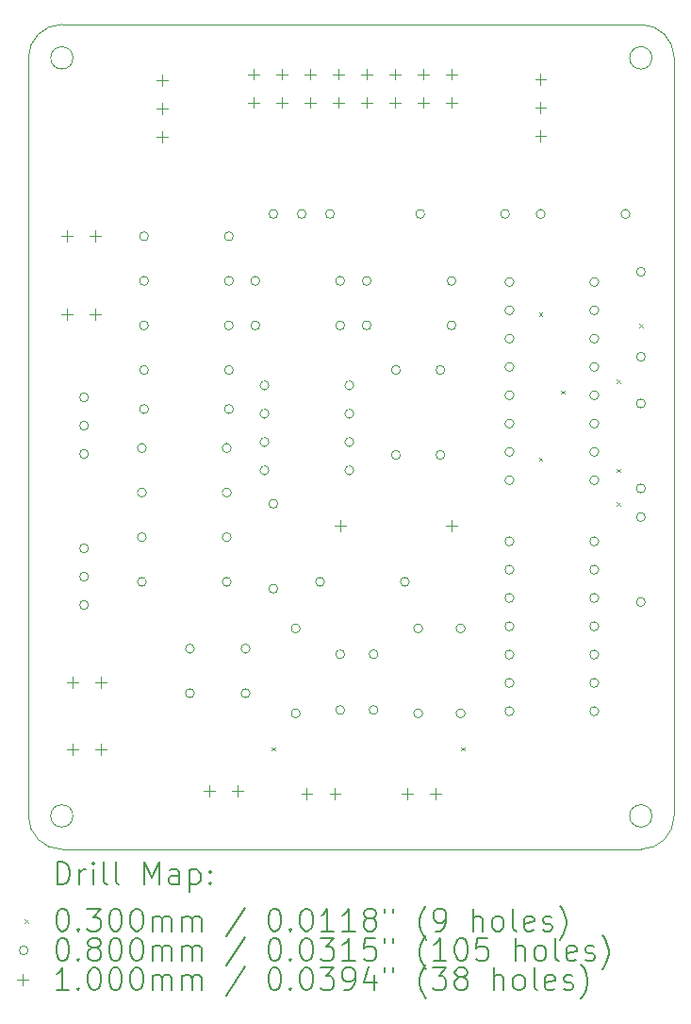
<source format=gbr>
%TF.GenerationSoftware,KiCad,Pcbnew,8.0.0*%
%TF.CreationDate,2024-03-09T23:28:41+01:00*%
%TF.ProjectId,Pure VCO,50757265-2056-4434-9f2e-6b696361645f,rev?*%
%TF.SameCoordinates,Original*%
%TF.FileFunction,Drillmap*%
%TF.FilePolarity,Positive*%
%FSLAX45Y45*%
G04 Gerber Fmt 4.5, Leading zero omitted, Abs format (unit mm)*
G04 Created by KiCad (PCBNEW 8.0.0) date 2024-03-09 23:28:41*
%MOMM*%
%LPD*%
G01*
G04 APERTURE LIST*
%ADD10C,0.050000*%
%ADD11C,0.200000*%
%ADD12C,0.100000*%
G04 APERTURE END LIST*
D10*
X4700000Y-10700000D02*
G75*
G02*
X4400000Y-10400000I0J300000D01*
G01*
X10200000Y-10400000D02*
G75*
G02*
X9900000Y-10700000I-300000J0D01*
G01*
X10200000Y-3600000D02*
X10200000Y-10400000D01*
X4800000Y-3600000D02*
G75*
G02*
X4600000Y-3600000I-100000J0D01*
G01*
X4600000Y-3600000D02*
G75*
G02*
X4800000Y-3600000I100000J0D01*
G01*
X9900000Y-3300000D02*
G75*
G02*
X10200000Y-3600000I0J-300000D01*
G01*
X4700000Y-3300000D02*
X9900000Y-3300000D01*
X4800000Y-10400000D02*
G75*
G02*
X4600000Y-10400000I-100000J0D01*
G01*
X4600000Y-10400000D02*
G75*
G02*
X4800000Y-10400000I100000J0D01*
G01*
X10000000Y-10400000D02*
G75*
G02*
X9800000Y-10400000I-100000J0D01*
G01*
X9800000Y-10400000D02*
G75*
G02*
X10000000Y-10400000I100000J0D01*
G01*
X4400000Y-10400000D02*
X4400000Y-3600000D01*
X4400000Y-3600000D02*
G75*
G02*
X4700000Y-3300000I300000J0D01*
G01*
X9900000Y-10700000D02*
X4700000Y-10700000D01*
X10000000Y-3600000D02*
G75*
G02*
X9800000Y-3600000I-100000J0D01*
G01*
X9800000Y-3600000D02*
G75*
G02*
X10000000Y-3600000I100000J0D01*
G01*
D11*
D12*
X6585000Y-9785000D02*
X6615000Y-9815000D01*
X6615000Y-9785000D02*
X6585000Y-9815000D01*
X8285000Y-9785000D02*
X8315000Y-9815000D01*
X8315000Y-9785000D02*
X8285000Y-9815000D01*
X8985000Y-5885000D02*
X9015000Y-5915000D01*
X9015000Y-5885000D02*
X8985000Y-5915000D01*
X8985000Y-7185000D02*
X9015000Y-7215000D01*
X9015000Y-7185000D02*
X8985000Y-7215000D01*
X9185000Y-6585000D02*
X9215000Y-6615000D01*
X9215000Y-6585000D02*
X9185000Y-6615000D01*
X9685000Y-6485000D02*
X9715000Y-6515000D01*
X9715000Y-6485000D02*
X9685000Y-6515000D01*
X9685000Y-7285000D02*
X9715000Y-7315000D01*
X9715000Y-7285000D02*
X9685000Y-7315000D01*
X9685000Y-7585000D02*
X9715000Y-7615000D01*
X9715000Y-7585000D02*
X9685000Y-7615000D01*
X9885000Y-5985000D02*
X9915000Y-6015000D01*
X9915000Y-5985000D02*
X9885000Y-6015000D01*
X4940000Y-6646000D02*
G75*
G02*
X4860000Y-6646000I-40000J0D01*
G01*
X4860000Y-6646000D02*
G75*
G02*
X4940000Y-6646000I40000J0D01*
G01*
X4940000Y-6900000D02*
G75*
G02*
X4860000Y-6900000I-40000J0D01*
G01*
X4860000Y-6900000D02*
G75*
G02*
X4940000Y-6900000I40000J0D01*
G01*
X4940000Y-7154000D02*
G75*
G02*
X4860000Y-7154000I-40000J0D01*
G01*
X4860000Y-7154000D02*
G75*
G02*
X4940000Y-7154000I40000J0D01*
G01*
X4940000Y-8000000D02*
G75*
G02*
X4860000Y-8000000I-40000J0D01*
G01*
X4860000Y-8000000D02*
G75*
G02*
X4940000Y-8000000I40000J0D01*
G01*
X4940000Y-8254000D02*
G75*
G02*
X4860000Y-8254000I-40000J0D01*
G01*
X4860000Y-8254000D02*
G75*
G02*
X4940000Y-8254000I40000J0D01*
G01*
X4940000Y-8508000D02*
G75*
G02*
X4860000Y-8508000I-40000J0D01*
G01*
X4860000Y-8508000D02*
G75*
G02*
X4940000Y-8508000I40000J0D01*
G01*
X5459000Y-7100000D02*
G75*
G02*
X5379000Y-7100000I-40000J0D01*
G01*
X5379000Y-7100000D02*
G75*
G02*
X5459000Y-7100000I40000J0D01*
G01*
X5459000Y-7500000D02*
G75*
G02*
X5379000Y-7500000I-40000J0D01*
G01*
X5379000Y-7500000D02*
G75*
G02*
X5459000Y-7500000I40000J0D01*
G01*
X5459000Y-7900000D02*
G75*
G02*
X5379000Y-7900000I-40000J0D01*
G01*
X5379000Y-7900000D02*
G75*
G02*
X5459000Y-7900000I40000J0D01*
G01*
X5459000Y-8300000D02*
G75*
G02*
X5379000Y-8300000I-40000J0D01*
G01*
X5379000Y-8300000D02*
G75*
G02*
X5459000Y-8300000I40000J0D01*
G01*
X5478000Y-5200000D02*
G75*
G02*
X5398000Y-5200000I-40000J0D01*
G01*
X5398000Y-5200000D02*
G75*
G02*
X5478000Y-5200000I40000J0D01*
G01*
X5478000Y-5600000D02*
G75*
G02*
X5398000Y-5600000I-40000J0D01*
G01*
X5398000Y-5600000D02*
G75*
G02*
X5478000Y-5600000I40000J0D01*
G01*
X5478000Y-6000000D02*
G75*
G02*
X5398000Y-6000000I-40000J0D01*
G01*
X5398000Y-6000000D02*
G75*
G02*
X5478000Y-6000000I40000J0D01*
G01*
X5478000Y-6400000D02*
G75*
G02*
X5398000Y-6400000I-40000J0D01*
G01*
X5398000Y-6400000D02*
G75*
G02*
X5478000Y-6400000I40000J0D01*
G01*
X5478000Y-6750000D02*
G75*
G02*
X5398000Y-6750000I-40000J0D01*
G01*
X5398000Y-6750000D02*
G75*
G02*
X5478000Y-6750000I40000J0D01*
G01*
X5890000Y-8900000D02*
G75*
G02*
X5810000Y-8900000I-40000J0D01*
G01*
X5810000Y-8900000D02*
G75*
G02*
X5890000Y-8900000I40000J0D01*
G01*
X5890000Y-9300000D02*
G75*
G02*
X5810000Y-9300000I-40000J0D01*
G01*
X5810000Y-9300000D02*
G75*
G02*
X5890000Y-9300000I40000J0D01*
G01*
X6221000Y-7100000D02*
G75*
G02*
X6141000Y-7100000I-40000J0D01*
G01*
X6141000Y-7100000D02*
G75*
G02*
X6221000Y-7100000I40000J0D01*
G01*
X6221000Y-7500000D02*
G75*
G02*
X6141000Y-7500000I-40000J0D01*
G01*
X6141000Y-7500000D02*
G75*
G02*
X6221000Y-7500000I40000J0D01*
G01*
X6221000Y-7900000D02*
G75*
G02*
X6141000Y-7900000I-40000J0D01*
G01*
X6141000Y-7900000D02*
G75*
G02*
X6221000Y-7900000I40000J0D01*
G01*
X6221000Y-8300000D02*
G75*
G02*
X6141000Y-8300000I-40000J0D01*
G01*
X6141000Y-8300000D02*
G75*
G02*
X6221000Y-8300000I40000J0D01*
G01*
X6240000Y-5200000D02*
G75*
G02*
X6160000Y-5200000I-40000J0D01*
G01*
X6160000Y-5200000D02*
G75*
G02*
X6240000Y-5200000I40000J0D01*
G01*
X6240000Y-5600000D02*
G75*
G02*
X6160000Y-5600000I-40000J0D01*
G01*
X6160000Y-5600000D02*
G75*
G02*
X6240000Y-5600000I40000J0D01*
G01*
X6240000Y-6000000D02*
G75*
G02*
X6160000Y-6000000I-40000J0D01*
G01*
X6160000Y-6000000D02*
G75*
G02*
X6240000Y-6000000I40000J0D01*
G01*
X6240000Y-6400000D02*
G75*
G02*
X6160000Y-6400000I-40000J0D01*
G01*
X6160000Y-6400000D02*
G75*
G02*
X6240000Y-6400000I40000J0D01*
G01*
X6240000Y-6750000D02*
G75*
G02*
X6160000Y-6750000I-40000J0D01*
G01*
X6160000Y-6750000D02*
G75*
G02*
X6240000Y-6750000I40000J0D01*
G01*
X6390000Y-8900000D02*
G75*
G02*
X6310000Y-8900000I-40000J0D01*
G01*
X6310000Y-8900000D02*
G75*
G02*
X6390000Y-8900000I40000J0D01*
G01*
X6390000Y-9300000D02*
G75*
G02*
X6310000Y-9300000I-40000J0D01*
G01*
X6310000Y-9300000D02*
G75*
G02*
X6390000Y-9300000I40000J0D01*
G01*
X6478000Y-5600000D02*
G75*
G02*
X6398000Y-5600000I-40000J0D01*
G01*
X6398000Y-5600000D02*
G75*
G02*
X6478000Y-5600000I40000J0D01*
G01*
X6478000Y-6000000D02*
G75*
G02*
X6398000Y-6000000I-40000J0D01*
G01*
X6398000Y-6000000D02*
G75*
G02*
X6478000Y-6000000I40000J0D01*
G01*
X6560000Y-6538000D02*
G75*
G02*
X6480000Y-6538000I-40000J0D01*
G01*
X6480000Y-6538000D02*
G75*
G02*
X6560000Y-6538000I40000J0D01*
G01*
X6560000Y-6792000D02*
G75*
G02*
X6480000Y-6792000I-40000J0D01*
G01*
X6480000Y-6792000D02*
G75*
G02*
X6560000Y-6792000I40000J0D01*
G01*
X6560000Y-7046000D02*
G75*
G02*
X6480000Y-7046000I-40000J0D01*
G01*
X6480000Y-7046000D02*
G75*
G02*
X6560000Y-7046000I40000J0D01*
G01*
X6560000Y-7300000D02*
G75*
G02*
X6480000Y-7300000I-40000J0D01*
G01*
X6480000Y-7300000D02*
G75*
G02*
X6560000Y-7300000I40000J0D01*
G01*
X6640000Y-5000000D02*
G75*
G02*
X6560000Y-5000000I-40000J0D01*
G01*
X6560000Y-5000000D02*
G75*
G02*
X6640000Y-5000000I40000J0D01*
G01*
X6640000Y-7600000D02*
G75*
G02*
X6560000Y-7600000I-40000J0D01*
G01*
X6560000Y-7600000D02*
G75*
G02*
X6640000Y-7600000I40000J0D01*
G01*
X6640000Y-8362000D02*
G75*
G02*
X6560000Y-8362000I-40000J0D01*
G01*
X6560000Y-8362000D02*
G75*
G02*
X6640000Y-8362000I40000J0D01*
G01*
X6840000Y-8719000D02*
G75*
G02*
X6760000Y-8719000I-40000J0D01*
G01*
X6760000Y-8719000D02*
G75*
G02*
X6840000Y-8719000I40000J0D01*
G01*
X6840000Y-9481000D02*
G75*
G02*
X6760000Y-9481000I-40000J0D01*
G01*
X6760000Y-9481000D02*
G75*
G02*
X6840000Y-9481000I40000J0D01*
G01*
X6894000Y-5000000D02*
G75*
G02*
X6814000Y-5000000I-40000J0D01*
G01*
X6814000Y-5000000D02*
G75*
G02*
X6894000Y-5000000I40000J0D01*
G01*
X7059000Y-8300000D02*
G75*
G02*
X6979000Y-8300000I-40000J0D01*
G01*
X6979000Y-8300000D02*
G75*
G02*
X7059000Y-8300000I40000J0D01*
G01*
X7148000Y-5000000D02*
G75*
G02*
X7068000Y-5000000I-40000J0D01*
G01*
X7068000Y-5000000D02*
G75*
G02*
X7148000Y-5000000I40000J0D01*
G01*
X7240000Y-5600000D02*
G75*
G02*
X7160000Y-5600000I-40000J0D01*
G01*
X7160000Y-5600000D02*
G75*
G02*
X7240000Y-5600000I40000J0D01*
G01*
X7240000Y-6000000D02*
G75*
G02*
X7160000Y-6000000I-40000J0D01*
G01*
X7160000Y-6000000D02*
G75*
G02*
X7240000Y-6000000I40000J0D01*
G01*
X7240000Y-8950000D02*
G75*
G02*
X7160000Y-8950000I-40000J0D01*
G01*
X7160000Y-8950000D02*
G75*
G02*
X7240000Y-8950000I40000J0D01*
G01*
X7240000Y-9450000D02*
G75*
G02*
X7160000Y-9450000I-40000J0D01*
G01*
X7160000Y-9450000D02*
G75*
G02*
X7240000Y-9450000I40000J0D01*
G01*
X7322000Y-6538000D02*
G75*
G02*
X7242000Y-6538000I-40000J0D01*
G01*
X7242000Y-6538000D02*
G75*
G02*
X7322000Y-6538000I40000J0D01*
G01*
X7322000Y-6792000D02*
G75*
G02*
X7242000Y-6792000I-40000J0D01*
G01*
X7242000Y-6792000D02*
G75*
G02*
X7322000Y-6792000I40000J0D01*
G01*
X7322000Y-7046000D02*
G75*
G02*
X7242000Y-7046000I-40000J0D01*
G01*
X7242000Y-7046000D02*
G75*
G02*
X7322000Y-7046000I40000J0D01*
G01*
X7322000Y-7300000D02*
G75*
G02*
X7242000Y-7300000I-40000J0D01*
G01*
X7242000Y-7300000D02*
G75*
G02*
X7322000Y-7300000I40000J0D01*
G01*
X7478000Y-5600000D02*
G75*
G02*
X7398000Y-5600000I-40000J0D01*
G01*
X7398000Y-5600000D02*
G75*
G02*
X7478000Y-5600000I40000J0D01*
G01*
X7478000Y-6000000D02*
G75*
G02*
X7398000Y-6000000I-40000J0D01*
G01*
X7398000Y-6000000D02*
G75*
G02*
X7478000Y-6000000I40000J0D01*
G01*
X7540000Y-8950000D02*
G75*
G02*
X7460000Y-8950000I-40000J0D01*
G01*
X7460000Y-8950000D02*
G75*
G02*
X7540000Y-8950000I40000J0D01*
G01*
X7540000Y-9450000D02*
G75*
G02*
X7460000Y-9450000I-40000J0D01*
G01*
X7460000Y-9450000D02*
G75*
G02*
X7540000Y-9450000I40000J0D01*
G01*
X7740000Y-6400000D02*
G75*
G02*
X7660000Y-6400000I-40000J0D01*
G01*
X7660000Y-6400000D02*
G75*
G02*
X7740000Y-6400000I40000J0D01*
G01*
X7740000Y-7162000D02*
G75*
G02*
X7660000Y-7162000I-40000J0D01*
G01*
X7660000Y-7162000D02*
G75*
G02*
X7740000Y-7162000I40000J0D01*
G01*
X7821000Y-8300000D02*
G75*
G02*
X7741000Y-8300000I-40000J0D01*
G01*
X7741000Y-8300000D02*
G75*
G02*
X7821000Y-8300000I40000J0D01*
G01*
X7940000Y-8719000D02*
G75*
G02*
X7860000Y-8719000I-40000J0D01*
G01*
X7860000Y-8719000D02*
G75*
G02*
X7940000Y-8719000I40000J0D01*
G01*
X7940000Y-9481000D02*
G75*
G02*
X7860000Y-9481000I-40000J0D01*
G01*
X7860000Y-9481000D02*
G75*
G02*
X7940000Y-9481000I40000J0D01*
G01*
X7959000Y-5000000D02*
G75*
G02*
X7879000Y-5000000I-40000J0D01*
G01*
X7879000Y-5000000D02*
G75*
G02*
X7959000Y-5000000I40000J0D01*
G01*
X8140000Y-6400000D02*
G75*
G02*
X8060000Y-6400000I-40000J0D01*
G01*
X8060000Y-6400000D02*
G75*
G02*
X8140000Y-6400000I40000J0D01*
G01*
X8140000Y-7162000D02*
G75*
G02*
X8060000Y-7162000I-40000J0D01*
G01*
X8060000Y-7162000D02*
G75*
G02*
X8140000Y-7162000I40000J0D01*
G01*
X8240000Y-5600000D02*
G75*
G02*
X8160000Y-5600000I-40000J0D01*
G01*
X8160000Y-5600000D02*
G75*
G02*
X8240000Y-5600000I40000J0D01*
G01*
X8240000Y-6000000D02*
G75*
G02*
X8160000Y-6000000I-40000J0D01*
G01*
X8160000Y-6000000D02*
G75*
G02*
X8240000Y-6000000I40000J0D01*
G01*
X8321000Y-8719000D02*
G75*
G02*
X8241000Y-8719000I-40000J0D01*
G01*
X8241000Y-8719000D02*
G75*
G02*
X8321000Y-8719000I40000J0D01*
G01*
X8321000Y-9481000D02*
G75*
G02*
X8241000Y-9481000I-40000J0D01*
G01*
X8241000Y-9481000D02*
G75*
G02*
X8321000Y-9481000I40000J0D01*
G01*
X8721000Y-5000000D02*
G75*
G02*
X8641000Y-5000000I-40000J0D01*
G01*
X8641000Y-5000000D02*
G75*
G02*
X8721000Y-5000000I40000J0D01*
G01*
X8760000Y-5610000D02*
G75*
G02*
X8680000Y-5610000I-40000J0D01*
G01*
X8680000Y-5610000D02*
G75*
G02*
X8760000Y-5610000I40000J0D01*
G01*
X8760000Y-5864000D02*
G75*
G02*
X8680000Y-5864000I-40000J0D01*
G01*
X8680000Y-5864000D02*
G75*
G02*
X8760000Y-5864000I40000J0D01*
G01*
X8760000Y-6118000D02*
G75*
G02*
X8680000Y-6118000I-40000J0D01*
G01*
X8680000Y-6118000D02*
G75*
G02*
X8760000Y-6118000I40000J0D01*
G01*
X8760000Y-6372000D02*
G75*
G02*
X8680000Y-6372000I-40000J0D01*
G01*
X8680000Y-6372000D02*
G75*
G02*
X8760000Y-6372000I40000J0D01*
G01*
X8760000Y-6626000D02*
G75*
G02*
X8680000Y-6626000I-40000J0D01*
G01*
X8680000Y-6626000D02*
G75*
G02*
X8760000Y-6626000I40000J0D01*
G01*
X8760000Y-6880000D02*
G75*
G02*
X8680000Y-6880000I-40000J0D01*
G01*
X8680000Y-6880000D02*
G75*
G02*
X8760000Y-6880000I40000J0D01*
G01*
X8760000Y-7134000D02*
G75*
G02*
X8680000Y-7134000I-40000J0D01*
G01*
X8680000Y-7134000D02*
G75*
G02*
X8760000Y-7134000I40000J0D01*
G01*
X8760000Y-7388000D02*
G75*
G02*
X8680000Y-7388000I-40000J0D01*
G01*
X8680000Y-7388000D02*
G75*
G02*
X8760000Y-7388000I40000J0D01*
G01*
X8760000Y-7937500D02*
G75*
G02*
X8680000Y-7937500I-40000J0D01*
G01*
X8680000Y-7937500D02*
G75*
G02*
X8760000Y-7937500I40000J0D01*
G01*
X8760000Y-8191500D02*
G75*
G02*
X8680000Y-8191500I-40000J0D01*
G01*
X8680000Y-8191500D02*
G75*
G02*
X8760000Y-8191500I40000J0D01*
G01*
X8760000Y-8445500D02*
G75*
G02*
X8680000Y-8445500I-40000J0D01*
G01*
X8680000Y-8445500D02*
G75*
G02*
X8760000Y-8445500I40000J0D01*
G01*
X8760000Y-8699500D02*
G75*
G02*
X8680000Y-8699500I-40000J0D01*
G01*
X8680000Y-8699500D02*
G75*
G02*
X8760000Y-8699500I40000J0D01*
G01*
X8760000Y-8953500D02*
G75*
G02*
X8680000Y-8953500I-40000J0D01*
G01*
X8680000Y-8953500D02*
G75*
G02*
X8760000Y-8953500I40000J0D01*
G01*
X8760000Y-9207500D02*
G75*
G02*
X8680000Y-9207500I-40000J0D01*
G01*
X8680000Y-9207500D02*
G75*
G02*
X8760000Y-9207500I40000J0D01*
G01*
X8760000Y-9461500D02*
G75*
G02*
X8680000Y-9461500I-40000J0D01*
G01*
X8680000Y-9461500D02*
G75*
G02*
X8760000Y-9461500I40000J0D01*
G01*
X9040000Y-5000000D02*
G75*
G02*
X8960000Y-5000000I-40000J0D01*
G01*
X8960000Y-5000000D02*
G75*
G02*
X9040000Y-5000000I40000J0D01*
G01*
X9522000Y-5610000D02*
G75*
G02*
X9442000Y-5610000I-40000J0D01*
G01*
X9442000Y-5610000D02*
G75*
G02*
X9522000Y-5610000I40000J0D01*
G01*
X9522000Y-5864000D02*
G75*
G02*
X9442000Y-5864000I-40000J0D01*
G01*
X9442000Y-5864000D02*
G75*
G02*
X9522000Y-5864000I40000J0D01*
G01*
X9522000Y-6118000D02*
G75*
G02*
X9442000Y-6118000I-40000J0D01*
G01*
X9442000Y-6118000D02*
G75*
G02*
X9522000Y-6118000I40000J0D01*
G01*
X9522000Y-6372000D02*
G75*
G02*
X9442000Y-6372000I-40000J0D01*
G01*
X9442000Y-6372000D02*
G75*
G02*
X9522000Y-6372000I40000J0D01*
G01*
X9522000Y-6626000D02*
G75*
G02*
X9442000Y-6626000I-40000J0D01*
G01*
X9442000Y-6626000D02*
G75*
G02*
X9522000Y-6626000I40000J0D01*
G01*
X9522000Y-6880000D02*
G75*
G02*
X9442000Y-6880000I-40000J0D01*
G01*
X9442000Y-6880000D02*
G75*
G02*
X9522000Y-6880000I40000J0D01*
G01*
X9522000Y-7134000D02*
G75*
G02*
X9442000Y-7134000I-40000J0D01*
G01*
X9442000Y-7134000D02*
G75*
G02*
X9522000Y-7134000I40000J0D01*
G01*
X9522000Y-7388000D02*
G75*
G02*
X9442000Y-7388000I-40000J0D01*
G01*
X9442000Y-7388000D02*
G75*
G02*
X9522000Y-7388000I40000J0D01*
G01*
X9522000Y-7937500D02*
G75*
G02*
X9442000Y-7937500I-40000J0D01*
G01*
X9442000Y-7937500D02*
G75*
G02*
X9522000Y-7937500I40000J0D01*
G01*
X9522000Y-8191500D02*
G75*
G02*
X9442000Y-8191500I-40000J0D01*
G01*
X9442000Y-8191500D02*
G75*
G02*
X9522000Y-8191500I40000J0D01*
G01*
X9522000Y-8445500D02*
G75*
G02*
X9442000Y-8445500I-40000J0D01*
G01*
X9442000Y-8445500D02*
G75*
G02*
X9522000Y-8445500I40000J0D01*
G01*
X9522000Y-8699500D02*
G75*
G02*
X9442000Y-8699500I-40000J0D01*
G01*
X9442000Y-8699500D02*
G75*
G02*
X9522000Y-8699500I40000J0D01*
G01*
X9522000Y-8953500D02*
G75*
G02*
X9442000Y-8953500I-40000J0D01*
G01*
X9442000Y-8953500D02*
G75*
G02*
X9522000Y-8953500I40000J0D01*
G01*
X9522000Y-9207500D02*
G75*
G02*
X9442000Y-9207500I-40000J0D01*
G01*
X9442000Y-9207500D02*
G75*
G02*
X9522000Y-9207500I40000J0D01*
G01*
X9522000Y-9461500D02*
G75*
G02*
X9442000Y-9461500I-40000J0D01*
G01*
X9442000Y-9461500D02*
G75*
G02*
X9522000Y-9461500I40000J0D01*
G01*
X9802000Y-5000000D02*
G75*
G02*
X9722000Y-5000000I-40000J0D01*
G01*
X9722000Y-5000000D02*
G75*
G02*
X9802000Y-5000000I40000J0D01*
G01*
X9940000Y-5519000D02*
G75*
G02*
X9860000Y-5519000I-40000J0D01*
G01*
X9860000Y-5519000D02*
G75*
G02*
X9940000Y-5519000I40000J0D01*
G01*
X9940000Y-6281000D02*
G75*
G02*
X9860000Y-6281000I-40000J0D01*
G01*
X9860000Y-6281000D02*
G75*
G02*
X9940000Y-6281000I40000J0D01*
G01*
X9940000Y-6700000D02*
G75*
G02*
X9860000Y-6700000I-40000J0D01*
G01*
X9860000Y-6700000D02*
G75*
G02*
X9940000Y-6700000I40000J0D01*
G01*
X9940000Y-7462000D02*
G75*
G02*
X9860000Y-7462000I-40000J0D01*
G01*
X9860000Y-7462000D02*
G75*
G02*
X9940000Y-7462000I40000J0D01*
G01*
X9940000Y-7719000D02*
G75*
G02*
X9860000Y-7719000I-40000J0D01*
G01*
X9860000Y-7719000D02*
G75*
G02*
X9940000Y-7719000I40000J0D01*
G01*
X9940000Y-8481000D02*
G75*
G02*
X9860000Y-8481000I-40000J0D01*
G01*
X9860000Y-8481000D02*
G75*
G02*
X9940000Y-8481000I40000J0D01*
G01*
X4746000Y-5150000D02*
X4746000Y-5250000D01*
X4696000Y-5200000D02*
X4796000Y-5200000D01*
X4746000Y-5850000D02*
X4746000Y-5950000D01*
X4696000Y-5900000D02*
X4796000Y-5900000D01*
X4800000Y-9150000D02*
X4800000Y-9250000D01*
X4750000Y-9200000D02*
X4850000Y-9200000D01*
X4800000Y-9750000D02*
X4800000Y-9850000D01*
X4750000Y-9800000D02*
X4850000Y-9800000D01*
X5000000Y-5150000D02*
X5000000Y-5250000D01*
X4950000Y-5200000D02*
X5050000Y-5200000D01*
X5000000Y-5850000D02*
X5000000Y-5950000D01*
X4950000Y-5900000D02*
X5050000Y-5900000D01*
X5054000Y-9150000D02*
X5054000Y-9250000D01*
X5004000Y-9200000D02*
X5104000Y-9200000D01*
X5054000Y-9750000D02*
X5054000Y-9850000D01*
X5004000Y-9800000D02*
X5104000Y-9800000D01*
X5600000Y-3750000D02*
X5600000Y-3850000D01*
X5550000Y-3800000D02*
X5650000Y-3800000D01*
X5600000Y-4004000D02*
X5600000Y-4104000D01*
X5550000Y-4054000D02*
X5650000Y-4054000D01*
X5600000Y-4258000D02*
X5600000Y-4358000D01*
X5550000Y-4308000D02*
X5650000Y-4308000D01*
X6026500Y-10123500D02*
X6026500Y-10223500D01*
X5976500Y-10173500D02*
X6076500Y-10173500D01*
X6280500Y-10123500D02*
X6280500Y-10223500D01*
X6230500Y-10173500D02*
X6330500Y-10173500D01*
X6422000Y-3696000D02*
X6422000Y-3796000D01*
X6372000Y-3746000D02*
X6472000Y-3746000D01*
X6422000Y-3950000D02*
X6422000Y-4050000D01*
X6372000Y-4000000D02*
X6472000Y-4000000D01*
X6676000Y-3696000D02*
X6676000Y-3796000D01*
X6626000Y-3746000D02*
X6726000Y-3746000D01*
X6676000Y-3950000D02*
X6676000Y-4050000D01*
X6626000Y-4000000D02*
X6726000Y-4000000D01*
X6900000Y-10150000D02*
X6900000Y-10250000D01*
X6850000Y-10200000D02*
X6950000Y-10200000D01*
X6930000Y-3696000D02*
X6930000Y-3796000D01*
X6880000Y-3746000D02*
X6980000Y-3746000D01*
X6930000Y-3950000D02*
X6930000Y-4050000D01*
X6880000Y-4000000D02*
X6980000Y-4000000D01*
X7154000Y-10150000D02*
X7154000Y-10250000D01*
X7104000Y-10200000D02*
X7204000Y-10200000D01*
X7184000Y-3696000D02*
X7184000Y-3796000D01*
X7134000Y-3746000D02*
X7234000Y-3746000D01*
X7184000Y-3950000D02*
X7184000Y-4050000D01*
X7134000Y-4000000D02*
X7234000Y-4000000D01*
X7200000Y-7750000D02*
X7200000Y-7850000D01*
X7150000Y-7800000D02*
X7250000Y-7800000D01*
X7438000Y-3696000D02*
X7438000Y-3796000D01*
X7388000Y-3746000D02*
X7488000Y-3746000D01*
X7438000Y-3950000D02*
X7438000Y-4050000D01*
X7388000Y-4000000D02*
X7488000Y-4000000D01*
X7692000Y-3696000D02*
X7692000Y-3796000D01*
X7642000Y-3746000D02*
X7742000Y-3746000D01*
X7692000Y-3950000D02*
X7692000Y-4050000D01*
X7642000Y-4000000D02*
X7742000Y-4000000D01*
X7800000Y-10150000D02*
X7800000Y-10250000D01*
X7750000Y-10200000D02*
X7850000Y-10200000D01*
X7946000Y-3696000D02*
X7946000Y-3796000D01*
X7896000Y-3746000D02*
X7996000Y-3746000D01*
X7946000Y-3950000D02*
X7946000Y-4050000D01*
X7896000Y-4000000D02*
X7996000Y-4000000D01*
X8054000Y-10150000D02*
X8054000Y-10250000D01*
X8004000Y-10200000D02*
X8104000Y-10200000D01*
X8200000Y-3696000D02*
X8200000Y-3796000D01*
X8150000Y-3746000D02*
X8250000Y-3746000D01*
X8200000Y-3950000D02*
X8200000Y-4050000D01*
X8150000Y-4000000D02*
X8250000Y-4000000D01*
X8200000Y-7750000D02*
X8200000Y-7850000D01*
X8150000Y-7800000D02*
X8250000Y-7800000D01*
X9000000Y-3742000D02*
X9000000Y-3842000D01*
X8950000Y-3792000D02*
X9050000Y-3792000D01*
X9000000Y-3996000D02*
X9000000Y-4096000D01*
X8950000Y-4046000D02*
X9050000Y-4046000D01*
X9000000Y-4250000D02*
X9000000Y-4350000D01*
X8950000Y-4300000D02*
X9050000Y-4300000D01*
D11*
X4658277Y-11013984D02*
X4658277Y-10813984D01*
X4658277Y-10813984D02*
X4705896Y-10813984D01*
X4705896Y-10813984D02*
X4734467Y-10823508D01*
X4734467Y-10823508D02*
X4753515Y-10842555D01*
X4753515Y-10842555D02*
X4763039Y-10861603D01*
X4763039Y-10861603D02*
X4772563Y-10899698D01*
X4772563Y-10899698D02*
X4772563Y-10928270D01*
X4772563Y-10928270D02*
X4763039Y-10966365D01*
X4763039Y-10966365D02*
X4753515Y-10985412D01*
X4753515Y-10985412D02*
X4734467Y-11004460D01*
X4734467Y-11004460D02*
X4705896Y-11013984D01*
X4705896Y-11013984D02*
X4658277Y-11013984D01*
X4858277Y-11013984D02*
X4858277Y-10880650D01*
X4858277Y-10918746D02*
X4867801Y-10899698D01*
X4867801Y-10899698D02*
X4877324Y-10890174D01*
X4877324Y-10890174D02*
X4896372Y-10880650D01*
X4896372Y-10880650D02*
X4915420Y-10880650D01*
X4982086Y-11013984D02*
X4982086Y-10880650D01*
X4982086Y-10813984D02*
X4972563Y-10823508D01*
X4972563Y-10823508D02*
X4982086Y-10833031D01*
X4982086Y-10833031D02*
X4991610Y-10823508D01*
X4991610Y-10823508D02*
X4982086Y-10813984D01*
X4982086Y-10813984D02*
X4982086Y-10833031D01*
X5105896Y-11013984D02*
X5086848Y-11004460D01*
X5086848Y-11004460D02*
X5077324Y-10985412D01*
X5077324Y-10985412D02*
X5077324Y-10813984D01*
X5210658Y-11013984D02*
X5191610Y-11004460D01*
X5191610Y-11004460D02*
X5182086Y-10985412D01*
X5182086Y-10985412D02*
X5182086Y-10813984D01*
X5439229Y-11013984D02*
X5439229Y-10813984D01*
X5439229Y-10813984D02*
X5505896Y-10956841D01*
X5505896Y-10956841D02*
X5572563Y-10813984D01*
X5572563Y-10813984D02*
X5572563Y-11013984D01*
X5753515Y-11013984D02*
X5753515Y-10909222D01*
X5753515Y-10909222D02*
X5743991Y-10890174D01*
X5743991Y-10890174D02*
X5724943Y-10880650D01*
X5724943Y-10880650D02*
X5686848Y-10880650D01*
X5686848Y-10880650D02*
X5667801Y-10890174D01*
X5753515Y-11004460D02*
X5734467Y-11013984D01*
X5734467Y-11013984D02*
X5686848Y-11013984D01*
X5686848Y-11013984D02*
X5667801Y-11004460D01*
X5667801Y-11004460D02*
X5658277Y-10985412D01*
X5658277Y-10985412D02*
X5658277Y-10966365D01*
X5658277Y-10966365D02*
X5667801Y-10947317D01*
X5667801Y-10947317D02*
X5686848Y-10937793D01*
X5686848Y-10937793D02*
X5734467Y-10937793D01*
X5734467Y-10937793D02*
X5753515Y-10928270D01*
X5848753Y-10880650D02*
X5848753Y-11080650D01*
X5848753Y-10890174D02*
X5867801Y-10880650D01*
X5867801Y-10880650D02*
X5905896Y-10880650D01*
X5905896Y-10880650D02*
X5924943Y-10890174D01*
X5924943Y-10890174D02*
X5934467Y-10899698D01*
X5934467Y-10899698D02*
X5943991Y-10918746D01*
X5943991Y-10918746D02*
X5943991Y-10975889D01*
X5943991Y-10975889D02*
X5934467Y-10994936D01*
X5934467Y-10994936D02*
X5924943Y-11004460D01*
X5924943Y-11004460D02*
X5905896Y-11013984D01*
X5905896Y-11013984D02*
X5867801Y-11013984D01*
X5867801Y-11013984D02*
X5848753Y-11004460D01*
X6029705Y-10994936D02*
X6039229Y-11004460D01*
X6039229Y-11004460D02*
X6029705Y-11013984D01*
X6029705Y-11013984D02*
X6020182Y-11004460D01*
X6020182Y-11004460D02*
X6029705Y-10994936D01*
X6029705Y-10994936D02*
X6029705Y-11013984D01*
X6029705Y-10890174D02*
X6039229Y-10899698D01*
X6039229Y-10899698D02*
X6029705Y-10909222D01*
X6029705Y-10909222D02*
X6020182Y-10899698D01*
X6020182Y-10899698D02*
X6029705Y-10890174D01*
X6029705Y-10890174D02*
X6029705Y-10909222D01*
D12*
X4367500Y-11327500D02*
X4397500Y-11357500D01*
X4397500Y-11327500D02*
X4367500Y-11357500D01*
D11*
X4696372Y-11233984D02*
X4715420Y-11233984D01*
X4715420Y-11233984D02*
X4734467Y-11243508D01*
X4734467Y-11243508D02*
X4743991Y-11253031D01*
X4743991Y-11253031D02*
X4753515Y-11272079D01*
X4753515Y-11272079D02*
X4763039Y-11310174D01*
X4763039Y-11310174D02*
X4763039Y-11357793D01*
X4763039Y-11357793D02*
X4753515Y-11395888D01*
X4753515Y-11395888D02*
X4743991Y-11414936D01*
X4743991Y-11414936D02*
X4734467Y-11424460D01*
X4734467Y-11424460D02*
X4715420Y-11433984D01*
X4715420Y-11433984D02*
X4696372Y-11433984D01*
X4696372Y-11433984D02*
X4677324Y-11424460D01*
X4677324Y-11424460D02*
X4667801Y-11414936D01*
X4667801Y-11414936D02*
X4658277Y-11395888D01*
X4658277Y-11395888D02*
X4648753Y-11357793D01*
X4648753Y-11357793D02*
X4648753Y-11310174D01*
X4648753Y-11310174D02*
X4658277Y-11272079D01*
X4658277Y-11272079D02*
X4667801Y-11253031D01*
X4667801Y-11253031D02*
X4677324Y-11243508D01*
X4677324Y-11243508D02*
X4696372Y-11233984D01*
X4848753Y-11414936D02*
X4858277Y-11424460D01*
X4858277Y-11424460D02*
X4848753Y-11433984D01*
X4848753Y-11433984D02*
X4839229Y-11424460D01*
X4839229Y-11424460D02*
X4848753Y-11414936D01*
X4848753Y-11414936D02*
X4848753Y-11433984D01*
X4924944Y-11233984D02*
X5048753Y-11233984D01*
X5048753Y-11233984D02*
X4982086Y-11310174D01*
X4982086Y-11310174D02*
X5010658Y-11310174D01*
X5010658Y-11310174D02*
X5029705Y-11319698D01*
X5029705Y-11319698D02*
X5039229Y-11329222D01*
X5039229Y-11329222D02*
X5048753Y-11348269D01*
X5048753Y-11348269D02*
X5048753Y-11395888D01*
X5048753Y-11395888D02*
X5039229Y-11414936D01*
X5039229Y-11414936D02*
X5029705Y-11424460D01*
X5029705Y-11424460D02*
X5010658Y-11433984D01*
X5010658Y-11433984D02*
X4953515Y-11433984D01*
X4953515Y-11433984D02*
X4934467Y-11424460D01*
X4934467Y-11424460D02*
X4924944Y-11414936D01*
X5172563Y-11233984D02*
X5191610Y-11233984D01*
X5191610Y-11233984D02*
X5210658Y-11243508D01*
X5210658Y-11243508D02*
X5220182Y-11253031D01*
X5220182Y-11253031D02*
X5229705Y-11272079D01*
X5229705Y-11272079D02*
X5239229Y-11310174D01*
X5239229Y-11310174D02*
X5239229Y-11357793D01*
X5239229Y-11357793D02*
X5229705Y-11395888D01*
X5229705Y-11395888D02*
X5220182Y-11414936D01*
X5220182Y-11414936D02*
X5210658Y-11424460D01*
X5210658Y-11424460D02*
X5191610Y-11433984D01*
X5191610Y-11433984D02*
X5172563Y-11433984D01*
X5172563Y-11433984D02*
X5153515Y-11424460D01*
X5153515Y-11424460D02*
X5143991Y-11414936D01*
X5143991Y-11414936D02*
X5134467Y-11395888D01*
X5134467Y-11395888D02*
X5124944Y-11357793D01*
X5124944Y-11357793D02*
X5124944Y-11310174D01*
X5124944Y-11310174D02*
X5134467Y-11272079D01*
X5134467Y-11272079D02*
X5143991Y-11253031D01*
X5143991Y-11253031D02*
X5153515Y-11243508D01*
X5153515Y-11243508D02*
X5172563Y-11233984D01*
X5363039Y-11233984D02*
X5382086Y-11233984D01*
X5382086Y-11233984D02*
X5401134Y-11243508D01*
X5401134Y-11243508D02*
X5410658Y-11253031D01*
X5410658Y-11253031D02*
X5420182Y-11272079D01*
X5420182Y-11272079D02*
X5429705Y-11310174D01*
X5429705Y-11310174D02*
X5429705Y-11357793D01*
X5429705Y-11357793D02*
X5420182Y-11395888D01*
X5420182Y-11395888D02*
X5410658Y-11414936D01*
X5410658Y-11414936D02*
X5401134Y-11424460D01*
X5401134Y-11424460D02*
X5382086Y-11433984D01*
X5382086Y-11433984D02*
X5363039Y-11433984D01*
X5363039Y-11433984D02*
X5343991Y-11424460D01*
X5343991Y-11424460D02*
X5334467Y-11414936D01*
X5334467Y-11414936D02*
X5324944Y-11395888D01*
X5324944Y-11395888D02*
X5315420Y-11357793D01*
X5315420Y-11357793D02*
X5315420Y-11310174D01*
X5315420Y-11310174D02*
X5324944Y-11272079D01*
X5324944Y-11272079D02*
X5334467Y-11253031D01*
X5334467Y-11253031D02*
X5343991Y-11243508D01*
X5343991Y-11243508D02*
X5363039Y-11233984D01*
X5515420Y-11433984D02*
X5515420Y-11300650D01*
X5515420Y-11319698D02*
X5524944Y-11310174D01*
X5524944Y-11310174D02*
X5543991Y-11300650D01*
X5543991Y-11300650D02*
X5572563Y-11300650D01*
X5572563Y-11300650D02*
X5591610Y-11310174D01*
X5591610Y-11310174D02*
X5601134Y-11329222D01*
X5601134Y-11329222D02*
X5601134Y-11433984D01*
X5601134Y-11329222D02*
X5610658Y-11310174D01*
X5610658Y-11310174D02*
X5629705Y-11300650D01*
X5629705Y-11300650D02*
X5658277Y-11300650D01*
X5658277Y-11300650D02*
X5677324Y-11310174D01*
X5677324Y-11310174D02*
X5686848Y-11329222D01*
X5686848Y-11329222D02*
X5686848Y-11433984D01*
X5782086Y-11433984D02*
X5782086Y-11300650D01*
X5782086Y-11319698D02*
X5791610Y-11310174D01*
X5791610Y-11310174D02*
X5810658Y-11300650D01*
X5810658Y-11300650D02*
X5839229Y-11300650D01*
X5839229Y-11300650D02*
X5858277Y-11310174D01*
X5858277Y-11310174D02*
X5867801Y-11329222D01*
X5867801Y-11329222D02*
X5867801Y-11433984D01*
X5867801Y-11329222D02*
X5877324Y-11310174D01*
X5877324Y-11310174D02*
X5896372Y-11300650D01*
X5896372Y-11300650D02*
X5924943Y-11300650D01*
X5924943Y-11300650D02*
X5943991Y-11310174D01*
X5943991Y-11310174D02*
X5953515Y-11329222D01*
X5953515Y-11329222D02*
X5953515Y-11433984D01*
X6343991Y-11224460D02*
X6172563Y-11481603D01*
X6601134Y-11233984D02*
X6620182Y-11233984D01*
X6620182Y-11233984D02*
X6639229Y-11243508D01*
X6639229Y-11243508D02*
X6648753Y-11253031D01*
X6648753Y-11253031D02*
X6658277Y-11272079D01*
X6658277Y-11272079D02*
X6667801Y-11310174D01*
X6667801Y-11310174D02*
X6667801Y-11357793D01*
X6667801Y-11357793D02*
X6658277Y-11395888D01*
X6658277Y-11395888D02*
X6648753Y-11414936D01*
X6648753Y-11414936D02*
X6639229Y-11424460D01*
X6639229Y-11424460D02*
X6620182Y-11433984D01*
X6620182Y-11433984D02*
X6601134Y-11433984D01*
X6601134Y-11433984D02*
X6582086Y-11424460D01*
X6582086Y-11424460D02*
X6572563Y-11414936D01*
X6572563Y-11414936D02*
X6563039Y-11395888D01*
X6563039Y-11395888D02*
X6553515Y-11357793D01*
X6553515Y-11357793D02*
X6553515Y-11310174D01*
X6553515Y-11310174D02*
X6563039Y-11272079D01*
X6563039Y-11272079D02*
X6572563Y-11253031D01*
X6572563Y-11253031D02*
X6582086Y-11243508D01*
X6582086Y-11243508D02*
X6601134Y-11233984D01*
X6753515Y-11414936D02*
X6763039Y-11424460D01*
X6763039Y-11424460D02*
X6753515Y-11433984D01*
X6753515Y-11433984D02*
X6743991Y-11424460D01*
X6743991Y-11424460D02*
X6753515Y-11414936D01*
X6753515Y-11414936D02*
X6753515Y-11433984D01*
X6886848Y-11233984D02*
X6905896Y-11233984D01*
X6905896Y-11233984D02*
X6924944Y-11243508D01*
X6924944Y-11243508D02*
X6934467Y-11253031D01*
X6934467Y-11253031D02*
X6943991Y-11272079D01*
X6943991Y-11272079D02*
X6953515Y-11310174D01*
X6953515Y-11310174D02*
X6953515Y-11357793D01*
X6953515Y-11357793D02*
X6943991Y-11395888D01*
X6943991Y-11395888D02*
X6934467Y-11414936D01*
X6934467Y-11414936D02*
X6924944Y-11424460D01*
X6924944Y-11424460D02*
X6905896Y-11433984D01*
X6905896Y-11433984D02*
X6886848Y-11433984D01*
X6886848Y-11433984D02*
X6867801Y-11424460D01*
X6867801Y-11424460D02*
X6858277Y-11414936D01*
X6858277Y-11414936D02*
X6848753Y-11395888D01*
X6848753Y-11395888D02*
X6839229Y-11357793D01*
X6839229Y-11357793D02*
X6839229Y-11310174D01*
X6839229Y-11310174D02*
X6848753Y-11272079D01*
X6848753Y-11272079D02*
X6858277Y-11253031D01*
X6858277Y-11253031D02*
X6867801Y-11243508D01*
X6867801Y-11243508D02*
X6886848Y-11233984D01*
X7143991Y-11433984D02*
X7029706Y-11433984D01*
X7086848Y-11433984D02*
X7086848Y-11233984D01*
X7086848Y-11233984D02*
X7067801Y-11262555D01*
X7067801Y-11262555D02*
X7048753Y-11281603D01*
X7048753Y-11281603D02*
X7029706Y-11291127D01*
X7334467Y-11433984D02*
X7220182Y-11433984D01*
X7277325Y-11433984D02*
X7277325Y-11233984D01*
X7277325Y-11233984D02*
X7258277Y-11262555D01*
X7258277Y-11262555D02*
X7239229Y-11281603D01*
X7239229Y-11281603D02*
X7220182Y-11291127D01*
X7448753Y-11319698D02*
X7429706Y-11310174D01*
X7429706Y-11310174D02*
X7420182Y-11300650D01*
X7420182Y-11300650D02*
X7410658Y-11281603D01*
X7410658Y-11281603D02*
X7410658Y-11272079D01*
X7410658Y-11272079D02*
X7420182Y-11253031D01*
X7420182Y-11253031D02*
X7429706Y-11243508D01*
X7429706Y-11243508D02*
X7448753Y-11233984D01*
X7448753Y-11233984D02*
X7486848Y-11233984D01*
X7486848Y-11233984D02*
X7505896Y-11243508D01*
X7505896Y-11243508D02*
X7515420Y-11253031D01*
X7515420Y-11253031D02*
X7524944Y-11272079D01*
X7524944Y-11272079D02*
X7524944Y-11281603D01*
X7524944Y-11281603D02*
X7515420Y-11300650D01*
X7515420Y-11300650D02*
X7505896Y-11310174D01*
X7505896Y-11310174D02*
X7486848Y-11319698D01*
X7486848Y-11319698D02*
X7448753Y-11319698D01*
X7448753Y-11319698D02*
X7429706Y-11329222D01*
X7429706Y-11329222D02*
X7420182Y-11338746D01*
X7420182Y-11338746D02*
X7410658Y-11357793D01*
X7410658Y-11357793D02*
X7410658Y-11395888D01*
X7410658Y-11395888D02*
X7420182Y-11414936D01*
X7420182Y-11414936D02*
X7429706Y-11424460D01*
X7429706Y-11424460D02*
X7448753Y-11433984D01*
X7448753Y-11433984D02*
X7486848Y-11433984D01*
X7486848Y-11433984D02*
X7505896Y-11424460D01*
X7505896Y-11424460D02*
X7515420Y-11414936D01*
X7515420Y-11414936D02*
X7524944Y-11395888D01*
X7524944Y-11395888D02*
X7524944Y-11357793D01*
X7524944Y-11357793D02*
X7515420Y-11338746D01*
X7515420Y-11338746D02*
X7505896Y-11329222D01*
X7505896Y-11329222D02*
X7486848Y-11319698D01*
X7601134Y-11233984D02*
X7601134Y-11272079D01*
X7677325Y-11233984D02*
X7677325Y-11272079D01*
X7972563Y-11510174D02*
X7963039Y-11500650D01*
X7963039Y-11500650D02*
X7943991Y-11472079D01*
X7943991Y-11472079D02*
X7934468Y-11453031D01*
X7934468Y-11453031D02*
X7924944Y-11424460D01*
X7924944Y-11424460D02*
X7915420Y-11376841D01*
X7915420Y-11376841D02*
X7915420Y-11338746D01*
X7915420Y-11338746D02*
X7924944Y-11291127D01*
X7924944Y-11291127D02*
X7934468Y-11262555D01*
X7934468Y-11262555D02*
X7943991Y-11243508D01*
X7943991Y-11243508D02*
X7963039Y-11214936D01*
X7963039Y-11214936D02*
X7972563Y-11205412D01*
X8058277Y-11433984D02*
X8096372Y-11433984D01*
X8096372Y-11433984D02*
X8115420Y-11424460D01*
X8115420Y-11424460D02*
X8124944Y-11414936D01*
X8124944Y-11414936D02*
X8143991Y-11386365D01*
X8143991Y-11386365D02*
X8153515Y-11348269D01*
X8153515Y-11348269D02*
X8153515Y-11272079D01*
X8153515Y-11272079D02*
X8143991Y-11253031D01*
X8143991Y-11253031D02*
X8134468Y-11243508D01*
X8134468Y-11243508D02*
X8115420Y-11233984D01*
X8115420Y-11233984D02*
X8077325Y-11233984D01*
X8077325Y-11233984D02*
X8058277Y-11243508D01*
X8058277Y-11243508D02*
X8048753Y-11253031D01*
X8048753Y-11253031D02*
X8039229Y-11272079D01*
X8039229Y-11272079D02*
X8039229Y-11319698D01*
X8039229Y-11319698D02*
X8048753Y-11338746D01*
X8048753Y-11338746D02*
X8058277Y-11348269D01*
X8058277Y-11348269D02*
X8077325Y-11357793D01*
X8077325Y-11357793D02*
X8115420Y-11357793D01*
X8115420Y-11357793D02*
X8134468Y-11348269D01*
X8134468Y-11348269D02*
X8143991Y-11338746D01*
X8143991Y-11338746D02*
X8153515Y-11319698D01*
X8391611Y-11433984D02*
X8391611Y-11233984D01*
X8477325Y-11433984D02*
X8477325Y-11329222D01*
X8477325Y-11329222D02*
X8467801Y-11310174D01*
X8467801Y-11310174D02*
X8448753Y-11300650D01*
X8448753Y-11300650D02*
X8420182Y-11300650D01*
X8420182Y-11300650D02*
X8401134Y-11310174D01*
X8401134Y-11310174D02*
X8391611Y-11319698D01*
X8601134Y-11433984D02*
X8582087Y-11424460D01*
X8582087Y-11424460D02*
X8572563Y-11414936D01*
X8572563Y-11414936D02*
X8563039Y-11395888D01*
X8563039Y-11395888D02*
X8563039Y-11338746D01*
X8563039Y-11338746D02*
X8572563Y-11319698D01*
X8572563Y-11319698D02*
X8582087Y-11310174D01*
X8582087Y-11310174D02*
X8601134Y-11300650D01*
X8601134Y-11300650D02*
X8629706Y-11300650D01*
X8629706Y-11300650D02*
X8648753Y-11310174D01*
X8648753Y-11310174D02*
X8658277Y-11319698D01*
X8658277Y-11319698D02*
X8667801Y-11338746D01*
X8667801Y-11338746D02*
X8667801Y-11395888D01*
X8667801Y-11395888D02*
X8658277Y-11414936D01*
X8658277Y-11414936D02*
X8648753Y-11424460D01*
X8648753Y-11424460D02*
X8629706Y-11433984D01*
X8629706Y-11433984D02*
X8601134Y-11433984D01*
X8782087Y-11433984D02*
X8763039Y-11424460D01*
X8763039Y-11424460D02*
X8753515Y-11405412D01*
X8753515Y-11405412D02*
X8753515Y-11233984D01*
X8934468Y-11424460D02*
X8915420Y-11433984D01*
X8915420Y-11433984D02*
X8877325Y-11433984D01*
X8877325Y-11433984D02*
X8858277Y-11424460D01*
X8858277Y-11424460D02*
X8848753Y-11405412D01*
X8848753Y-11405412D02*
X8848753Y-11329222D01*
X8848753Y-11329222D02*
X8858277Y-11310174D01*
X8858277Y-11310174D02*
X8877325Y-11300650D01*
X8877325Y-11300650D02*
X8915420Y-11300650D01*
X8915420Y-11300650D02*
X8934468Y-11310174D01*
X8934468Y-11310174D02*
X8943992Y-11329222D01*
X8943992Y-11329222D02*
X8943992Y-11348269D01*
X8943992Y-11348269D02*
X8848753Y-11367317D01*
X9020182Y-11424460D02*
X9039230Y-11433984D01*
X9039230Y-11433984D02*
X9077325Y-11433984D01*
X9077325Y-11433984D02*
X9096373Y-11424460D01*
X9096373Y-11424460D02*
X9105896Y-11405412D01*
X9105896Y-11405412D02*
X9105896Y-11395888D01*
X9105896Y-11395888D02*
X9096373Y-11376841D01*
X9096373Y-11376841D02*
X9077325Y-11367317D01*
X9077325Y-11367317D02*
X9048753Y-11367317D01*
X9048753Y-11367317D02*
X9029706Y-11357793D01*
X9029706Y-11357793D02*
X9020182Y-11338746D01*
X9020182Y-11338746D02*
X9020182Y-11329222D01*
X9020182Y-11329222D02*
X9029706Y-11310174D01*
X9029706Y-11310174D02*
X9048753Y-11300650D01*
X9048753Y-11300650D02*
X9077325Y-11300650D01*
X9077325Y-11300650D02*
X9096373Y-11310174D01*
X9172563Y-11510174D02*
X9182087Y-11500650D01*
X9182087Y-11500650D02*
X9201134Y-11472079D01*
X9201134Y-11472079D02*
X9210658Y-11453031D01*
X9210658Y-11453031D02*
X9220182Y-11424460D01*
X9220182Y-11424460D02*
X9229706Y-11376841D01*
X9229706Y-11376841D02*
X9229706Y-11338746D01*
X9229706Y-11338746D02*
X9220182Y-11291127D01*
X9220182Y-11291127D02*
X9210658Y-11262555D01*
X9210658Y-11262555D02*
X9201134Y-11243508D01*
X9201134Y-11243508D02*
X9182087Y-11214936D01*
X9182087Y-11214936D02*
X9172563Y-11205412D01*
D12*
X4397500Y-11606500D02*
G75*
G02*
X4317500Y-11606500I-40000J0D01*
G01*
X4317500Y-11606500D02*
G75*
G02*
X4397500Y-11606500I40000J0D01*
G01*
D11*
X4696372Y-11497984D02*
X4715420Y-11497984D01*
X4715420Y-11497984D02*
X4734467Y-11507508D01*
X4734467Y-11507508D02*
X4743991Y-11517031D01*
X4743991Y-11517031D02*
X4753515Y-11536079D01*
X4753515Y-11536079D02*
X4763039Y-11574174D01*
X4763039Y-11574174D02*
X4763039Y-11621793D01*
X4763039Y-11621793D02*
X4753515Y-11659888D01*
X4753515Y-11659888D02*
X4743991Y-11678936D01*
X4743991Y-11678936D02*
X4734467Y-11688460D01*
X4734467Y-11688460D02*
X4715420Y-11697984D01*
X4715420Y-11697984D02*
X4696372Y-11697984D01*
X4696372Y-11697984D02*
X4677324Y-11688460D01*
X4677324Y-11688460D02*
X4667801Y-11678936D01*
X4667801Y-11678936D02*
X4658277Y-11659888D01*
X4658277Y-11659888D02*
X4648753Y-11621793D01*
X4648753Y-11621793D02*
X4648753Y-11574174D01*
X4648753Y-11574174D02*
X4658277Y-11536079D01*
X4658277Y-11536079D02*
X4667801Y-11517031D01*
X4667801Y-11517031D02*
X4677324Y-11507508D01*
X4677324Y-11507508D02*
X4696372Y-11497984D01*
X4848753Y-11678936D02*
X4858277Y-11688460D01*
X4858277Y-11688460D02*
X4848753Y-11697984D01*
X4848753Y-11697984D02*
X4839229Y-11688460D01*
X4839229Y-11688460D02*
X4848753Y-11678936D01*
X4848753Y-11678936D02*
X4848753Y-11697984D01*
X4972563Y-11583698D02*
X4953515Y-11574174D01*
X4953515Y-11574174D02*
X4943991Y-11564650D01*
X4943991Y-11564650D02*
X4934467Y-11545603D01*
X4934467Y-11545603D02*
X4934467Y-11536079D01*
X4934467Y-11536079D02*
X4943991Y-11517031D01*
X4943991Y-11517031D02*
X4953515Y-11507508D01*
X4953515Y-11507508D02*
X4972563Y-11497984D01*
X4972563Y-11497984D02*
X5010658Y-11497984D01*
X5010658Y-11497984D02*
X5029705Y-11507508D01*
X5029705Y-11507508D02*
X5039229Y-11517031D01*
X5039229Y-11517031D02*
X5048753Y-11536079D01*
X5048753Y-11536079D02*
X5048753Y-11545603D01*
X5048753Y-11545603D02*
X5039229Y-11564650D01*
X5039229Y-11564650D02*
X5029705Y-11574174D01*
X5029705Y-11574174D02*
X5010658Y-11583698D01*
X5010658Y-11583698D02*
X4972563Y-11583698D01*
X4972563Y-11583698D02*
X4953515Y-11593222D01*
X4953515Y-11593222D02*
X4943991Y-11602746D01*
X4943991Y-11602746D02*
X4934467Y-11621793D01*
X4934467Y-11621793D02*
X4934467Y-11659888D01*
X4934467Y-11659888D02*
X4943991Y-11678936D01*
X4943991Y-11678936D02*
X4953515Y-11688460D01*
X4953515Y-11688460D02*
X4972563Y-11697984D01*
X4972563Y-11697984D02*
X5010658Y-11697984D01*
X5010658Y-11697984D02*
X5029705Y-11688460D01*
X5029705Y-11688460D02*
X5039229Y-11678936D01*
X5039229Y-11678936D02*
X5048753Y-11659888D01*
X5048753Y-11659888D02*
X5048753Y-11621793D01*
X5048753Y-11621793D02*
X5039229Y-11602746D01*
X5039229Y-11602746D02*
X5029705Y-11593222D01*
X5029705Y-11593222D02*
X5010658Y-11583698D01*
X5172563Y-11497984D02*
X5191610Y-11497984D01*
X5191610Y-11497984D02*
X5210658Y-11507508D01*
X5210658Y-11507508D02*
X5220182Y-11517031D01*
X5220182Y-11517031D02*
X5229705Y-11536079D01*
X5229705Y-11536079D02*
X5239229Y-11574174D01*
X5239229Y-11574174D02*
X5239229Y-11621793D01*
X5239229Y-11621793D02*
X5229705Y-11659888D01*
X5229705Y-11659888D02*
X5220182Y-11678936D01*
X5220182Y-11678936D02*
X5210658Y-11688460D01*
X5210658Y-11688460D02*
X5191610Y-11697984D01*
X5191610Y-11697984D02*
X5172563Y-11697984D01*
X5172563Y-11697984D02*
X5153515Y-11688460D01*
X5153515Y-11688460D02*
X5143991Y-11678936D01*
X5143991Y-11678936D02*
X5134467Y-11659888D01*
X5134467Y-11659888D02*
X5124944Y-11621793D01*
X5124944Y-11621793D02*
X5124944Y-11574174D01*
X5124944Y-11574174D02*
X5134467Y-11536079D01*
X5134467Y-11536079D02*
X5143991Y-11517031D01*
X5143991Y-11517031D02*
X5153515Y-11507508D01*
X5153515Y-11507508D02*
X5172563Y-11497984D01*
X5363039Y-11497984D02*
X5382086Y-11497984D01*
X5382086Y-11497984D02*
X5401134Y-11507508D01*
X5401134Y-11507508D02*
X5410658Y-11517031D01*
X5410658Y-11517031D02*
X5420182Y-11536079D01*
X5420182Y-11536079D02*
X5429705Y-11574174D01*
X5429705Y-11574174D02*
X5429705Y-11621793D01*
X5429705Y-11621793D02*
X5420182Y-11659888D01*
X5420182Y-11659888D02*
X5410658Y-11678936D01*
X5410658Y-11678936D02*
X5401134Y-11688460D01*
X5401134Y-11688460D02*
X5382086Y-11697984D01*
X5382086Y-11697984D02*
X5363039Y-11697984D01*
X5363039Y-11697984D02*
X5343991Y-11688460D01*
X5343991Y-11688460D02*
X5334467Y-11678936D01*
X5334467Y-11678936D02*
X5324944Y-11659888D01*
X5324944Y-11659888D02*
X5315420Y-11621793D01*
X5315420Y-11621793D02*
X5315420Y-11574174D01*
X5315420Y-11574174D02*
X5324944Y-11536079D01*
X5324944Y-11536079D02*
X5334467Y-11517031D01*
X5334467Y-11517031D02*
X5343991Y-11507508D01*
X5343991Y-11507508D02*
X5363039Y-11497984D01*
X5515420Y-11697984D02*
X5515420Y-11564650D01*
X5515420Y-11583698D02*
X5524944Y-11574174D01*
X5524944Y-11574174D02*
X5543991Y-11564650D01*
X5543991Y-11564650D02*
X5572563Y-11564650D01*
X5572563Y-11564650D02*
X5591610Y-11574174D01*
X5591610Y-11574174D02*
X5601134Y-11593222D01*
X5601134Y-11593222D02*
X5601134Y-11697984D01*
X5601134Y-11593222D02*
X5610658Y-11574174D01*
X5610658Y-11574174D02*
X5629705Y-11564650D01*
X5629705Y-11564650D02*
X5658277Y-11564650D01*
X5658277Y-11564650D02*
X5677324Y-11574174D01*
X5677324Y-11574174D02*
X5686848Y-11593222D01*
X5686848Y-11593222D02*
X5686848Y-11697984D01*
X5782086Y-11697984D02*
X5782086Y-11564650D01*
X5782086Y-11583698D02*
X5791610Y-11574174D01*
X5791610Y-11574174D02*
X5810658Y-11564650D01*
X5810658Y-11564650D02*
X5839229Y-11564650D01*
X5839229Y-11564650D02*
X5858277Y-11574174D01*
X5858277Y-11574174D02*
X5867801Y-11593222D01*
X5867801Y-11593222D02*
X5867801Y-11697984D01*
X5867801Y-11593222D02*
X5877324Y-11574174D01*
X5877324Y-11574174D02*
X5896372Y-11564650D01*
X5896372Y-11564650D02*
X5924943Y-11564650D01*
X5924943Y-11564650D02*
X5943991Y-11574174D01*
X5943991Y-11574174D02*
X5953515Y-11593222D01*
X5953515Y-11593222D02*
X5953515Y-11697984D01*
X6343991Y-11488460D02*
X6172563Y-11745603D01*
X6601134Y-11497984D02*
X6620182Y-11497984D01*
X6620182Y-11497984D02*
X6639229Y-11507508D01*
X6639229Y-11507508D02*
X6648753Y-11517031D01*
X6648753Y-11517031D02*
X6658277Y-11536079D01*
X6658277Y-11536079D02*
X6667801Y-11574174D01*
X6667801Y-11574174D02*
X6667801Y-11621793D01*
X6667801Y-11621793D02*
X6658277Y-11659888D01*
X6658277Y-11659888D02*
X6648753Y-11678936D01*
X6648753Y-11678936D02*
X6639229Y-11688460D01*
X6639229Y-11688460D02*
X6620182Y-11697984D01*
X6620182Y-11697984D02*
X6601134Y-11697984D01*
X6601134Y-11697984D02*
X6582086Y-11688460D01*
X6582086Y-11688460D02*
X6572563Y-11678936D01*
X6572563Y-11678936D02*
X6563039Y-11659888D01*
X6563039Y-11659888D02*
X6553515Y-11621793D01*
X6553515Y-11621793D02*
X6553515Y-11574174D01*
X6553515Y-11574174D02*
X6563039Y-11536079D01*
X6563039Y-11536079D02*
X6572563Y-11517031D01*
X6572563Y-11517031D02*
X6582086Y-11507508D01*
X6582086Y-11507508D02*
X6601134Y-11497984D01*
X6753515Y-11678936D02*
X6763039Y-11688460D01*
X6763039Y-11688460D02*
X6753515Y-11697984D01*
X6753515Y-11697984D02*
X6743991Y-11688460D01*
X6743991Y-11688460D02*
X6753515Y-11678936D01*
X6753515Y-11678936D02*
X6753515Y-11697984D01*
X6886848Y-11497984D02*
X6905896Y-11497984D01*
X6905896Y-11497984D02*
X6924944Y-11507508D01*
X6924944Y-11507508D02*
X6934467Y-11517031D01*
X6934467Y-11517031D02*
X6943991Y-11536079D01*
X6943991Y-11536079D02*
X6953515Y-11574174D01*
X6953515Y-11574174D02*
X6953515Y-11621793D01*
X6953515Y-11621793D02*
X6943991Y-11659888D01*
X6943991Y-11659888D02*
X6934467Y-11678936D01*
X6934467Y-11678936D02*
X6924944Y-11688460D01*
X6924944Y-11688460D02*
X6905896Y-11697984D01*
X6905896Y-11697984D02*
X6886848Y-11697984D01*
X6886848Y-11697984D02*
X6867801Y-11688460D01*
X6867801Y-11688460D02*
X6858277Y-11678936D01*
X6858277Y-11678936D02*
X6848753Y-11659888D01*
X6848753Y-11659888D02*
X6839229Y-11621793D01*
X6839229Y-11621793D02*
X6839229Y-11574174D01*
X6839229Y-11574174D02*
X6848753Y-11536079D01*
X6848753Y-11536079D02*
X6858277Y-11517031D01*
X6858277Y-11517031D02*
X6867801Y-11507508D01*
X6867801Y-11507508D02*
X6886848Y-11497984D01*
X7020182Y-11497984D02*
X7143991Y-11497984D01*
X7143991Y-11497984D02*
X7077325Y-11574174D01*
X7077325Y-11574174D02*
X7105896Y-11574174D01*
X7105896Y-11574174D02*
X7124944Y-11583698D01*
X7124944Y-11583698D02*
X7134467Y-11593222D01*
X7134467Y-11593222D02*
X7143991Y-11612269D01*
X7143991Y-11612269D02*
X7143991Y-11659888D01*
X7143991Y-11659888D02*
X7134467Y-11678936D01*
X7134467Y-11678936D02*
X7124944Y-11688460D01*
X7124944Y-11688460D02*
X7105896Y-11697984D01*
X7105896Y-11697984D02*
X7048753Y-11697984D01*
X7048753Y-11697984D02*
X7029706Y-11688460D01*
X7029706Y-11688460D02*
X7020182Y-11678936D01*
X7334467Y-11697984D02*
X7220182Y-11697984D01*
X7277325Y-11697984D02*
X7277325Y-11497984D01*
X7277325Y-11497984D02*
X7258277Y-11526555D01*
X7258277Y-11526555D02*
X7239229Y-11545603D01*
X7239229Y-11545603D02*
X7220182Y-11555127D01*
X7515420Y-11497984D02*
X7420182Y-11497984D01*
X7420182Y-11497984D02*
X7410658Y-11593222D01*
X7410658Y-11593222D02*
X7420182Y-11583698D01*
X7420182Y-11583698D02*
X7439229Y-11574174D01*
X7439229Y-11574174D02*
X7486848Y-11574174D01*
X7486848Y-11574174D02*
X7505896Y-11583698D01*
X7505896Y-11583698D02*
X7515420Y-11593222D01*
X7515420Y-11593222D02*
X7524944Y-11612269D01*
X7524944Y-11612269D02*
X7524944Y-11659888D01*
X7524944Y-11659888D02*
X7515420Y-11678936D01*
X7515420Y-11678936D02*
X7505896Y-11688460D01*
X7505896Y-11688460D02*
X7486848Y-11697984D01*
X7486848Y-11697984D02*
X7439229Y-11697984D01*
X7439229Y-11697984D02*
X7420182Y-11688460D01*
X7420182Y-11688460D02*
X7410658Y-11678936D01*
X7601134Y-11497984D02*
X7601134Y-11536079D01*
X7677325Y-11497984D02*
X7677325Y-11536079D01*
X7972563Y-11774174D02*
X7963039Y-11764650D01*
X7963039Y-11764650D02*
X7943991Y-11736079D01*
X7943991Y-11736079D02*
X7934468Y-11717031D01*
X7934468Y-11717031D02*
X7924944Y-11688460D01*
X7924944Y-11688460D02*
X7915420Y-11640841D01*
X7915420Y-11640841D02*
X7915420Y-11602746D01*
X7915420Y-11602746D02*
X7924944Y-11555127D01*
X7924944Y-11555127D02*
X7934468Y-11526555D01*
X7934468Y-11526555D02*
X7943991Y-11507508D01*
X7943991Y-11507508D02*
X7963039Y-11478936D01*
X7963039Y-11478936D02*
X7972563Y-11469412D01*
X8153515Y-11697984D02*
X8039229Y-11697984D01*
X8096372Y-11697984D02*
X8096372Y-11497984D01*
X8096372Y-11497984D02*
X8077325Y-11526555D01*
X8077325Y-11526555D02*
X8058277Y-11545603D01*
X8058277Y-11545603D02*
X8039229Y-11555127D01*
X8277325Y-11497984D02*
X8296372Y-11497984D01*
X8296372Y-11497984D02*
X8315420Y-11507508D01*
X8315420Y-11507508D02*
X8324944Y-11517031D01*
X8324944Y-11517031D02*
X8334468Y-11536079D01*
X8334468Y-11536079D02*
X8343991Y-11574174D01*
X8343991Y-11574174D02*
X8343991Y-11621793D01*
X8343991Y-11621793D02*
X8334468Y-11659888D01*
X8334468Y-11659888D02*
X8324944Y-11678936D01*
X8324944Y-11678936D02*
X8315420Y-11688460D01*
X8315420Y-11688460D02*
X8296372Y-11697984D01*
X8296372Y-11697984D02*
X8277325Y-11697984D01*
X8277325Y-11697984D02*
X8258277Y-11688460D01*
X8258277Y-11688460D02*
X8248753Y-11678936D01*
X8248753Y-11678936D02*
X8239229Y-11659888D01*
X8239229Y-11659888D02*
X8229706Y-11621793D01*
X8229706Y-11621793D02*
X8229706Y-11574174D01*
X8229706Y-11574174D02*
X8239229Y-11536079D01*
X8239229Y-11536079D02*
X8248753Y-11517031D01*
X8248753Y-11517031D02*
X8258277Y-11507508D01*
X8258277Y-11507508D02*
X8277325Y-11497984D01*
X8524944Y-11497984D02*
X8429706Y-11497984D01*
X8429706Y-11497984D02*
X8420182Y-11593222D01*
X8420182Y-11593222D02*
X8429706Y-11583698D01*
X8429706Y-11583698D02*
X8448753Y-11574174D01*
X8448753Y-11574174D02*
X8496372Y-11574174D01*
X8496372Y-11574174D02*
X8515420Y-11583698D01*
X8515420Y-11583698D02*
X8524944Y-11593222D01*
X8524944Y-11593222D02*
X8534468Y-11612269D01*
X8534468Y-11612269D02*
X8534468Y-11659888D01*
X8534468Y-11659888D02*
X8524944Y-11678936D01*
X8524944Y-11678936D02*
X8515420Y-11688460D01*
X8515420Y-11688460D02*
X8496372Y-11697984D01*
X8496372Y-11697984D02*
X8448753Y-11697984D01*
X8448753Y-11697984D02*
X8429706Y-11688460D01*
X8429706Y-11688460D02*
X8420182Y-11678936D01*
X8772563Y-11697984D02*
X8772563Y-11497984D01*
X8858277Y-11697984D02*
X8858277Y-11593222D01*
X8858277Y-11593222D02*
X8848753Y-11574174D01*
X8848753Y-11574174D02*
X8829706Y-11564650D01*
X8829706Y-11564650D02*
X8801134Y-11564650D01*
X8801134Y-11564650D02*
X8782087Y-11574174D01*
X8782087Y-11574174D02*
X8772563Y-11583698D01*
X8982087Y-11697984D02*
X8963039Y-11688460D01*
X8963039Y-11688460D02*
X8953515Y-11678936D01*
X8953515Y-11678936D02*
X8943992Y-11659888D01*
X8943992Y-11659888D02*
X8943992Y-11602746D01*
X8943992Y-11602746D02*
X8953515Y-11583698D01*
X8953515Y-11583698D02*
X8963039Y-11574174D01*
X8963039Y-11574174D02*
X8982087Y-11564650D01*
X8982087Y-11564650D02*
X9010658Y-11564650D01*
X9010658Y-11564650D02*
X9029706Y-11574174D01*
X9029706Y-11574174D02*
X9039230Y-11583698D01*
X9039230Y-11583698D02*
X9048753Y-11602746D01*
X9048753Y-11602746D02*
X9048753Y-11659888D01*
X9048753Y-11659888D02*
X9039230Y-11678936D01*
X9039230Y-11678936D02*
X9029706Y-11688460D01*
X9029706Y-11688460D02*
X9010658Y-11697984D01*
X9010658Y-11697984D02*
X8982087Y-11697984D01*
X9163039Y-11697984D02*
X9143992Y-11688460D01*
X9143992Y-11688460D02*
X9134468Y-11669412D01*
X9134468Y-11669412D02*
X9134468Y-11497984D01*
X9315420Y-11688460D02*
X9296373Y-11697984D01*
X9296373Y-11697984D02*
X9258277Y-11697984D01*
X9258277Y-11697984D02*
X9239230Y-11688460D01*
X9239230Y-11688460D02*
X9229706Y-11669412D01*
X9229706Y-11669412D02*
X9229706Y-11593222D01*
X9229706Y-11593222D02*
X9239230Y-11574174D01*
X9239230Y-11574174D02*
X9258277Y-11564650D01*
X9258277Y-11564650D02*
X9296373Y-11564650D01*
X9296373Y-11564650D02*
X9315420Y-11574174D01*
X9315420Y-11574174D02*
X9324944Y-11593222D01*
X9324944Y-11593222D02*
X9324944Y-11612269D01*
X9324944Y-11612269D02*
X9229706Y-11631317D01*
X9401134Y-11688460D02*
X9420182Y-11697984D01*
X9420182Y-11697984D02*
X9458277Y-11697984D01*
X9458277Y-11697984D02*
X9477325Y-11688460D01*
X9477325Y-11688460D02*
X9486849Y-11669412D01*
X9486849Y-11669412D02*
X9486849Y-11659888D01*
X9486849Y-11659888D02*
X9477325Y-11640841D01*
X9477325Y-11640841D02*
X9458277Y-11631317D01*
X9458277Y-11631317D02*
X9429706Y-11631317D01*
X9429706Y-11631317D02*
X9410658Y-11621793D01*
X9410658Y-11621793D02*
X9401134Y-11602746D01*
X9401134Y-11602746D02*
X9401134Y-11593222D01*
X9401134Y-11593222D02*
X9410658Y-11574174D01*
X9410658Y-11574174D02*
X9429706Y-11564650D01*
X9429706Y-11564650D02*
X9458277Y-11564650D01*
X9458277Y-11564650D02*
X9477325Y-11574174D01*
X9553515Y-11774174D02*
X9563039Y-11764650D01*
X9563039Y-11764650D02*
X9582087Y-11736079D01*
X9582087Y-11736079D02*
X9591611Y-11717031D01*
X9591611Y-11717031D02*
X9601134Y-11688460D01*
X9601134Y-11688460D02*
X9610658Y-11640841D01*
X9610658Y-11640841D02*
X9610658Y-11602746D01*
X9610658Y-11602746D02*
X9601134Y-11555127D01*
X9601134Y-11555127D02*
X9591611Y-11526555D01*
X9591611Y-11526555D02*
X9582087Y-11507508D01*
X9582087Y-11507508D02*
X9563039Y-11478936D01*
X9563039Y-11478936D02*
X9553515Y-11469412D01*
D12*
X4347500Y-11820500D02*
X4347500Y-11920500D01*
X4297500Y-11870500D02*
X4397500Y-11870500D01*
D11*
X4763039Y-11961984D02*
X4648753Y-11961984D01*
X4705896Y-11961984D02*
X4705896Y-11761984D01*
X4705896Y-11761984D02*
X4686848Y-11790555D01*
X4686848Y-11790555D02*
X4667801Y-11809603D01*
X4667801Y-11809603D02*
X4648753Y-11819127D01*
X4848753Y-11942936D02*
X4858277Y-11952460D01*
X4858277Y-11952460D02*
X4848753Y-11961984D01*
X4848753Y-11961984D02*
X4839229Y-11952460D01*
X4839229Y-11952460D02*
X4848753Y-11942936D01*
X4848753Y-11942936D02*
X4848753Y-11961984D01*
X4982086Y-11761984D02*
X5001134Y-11761984D01*
X5001134Y-11761984D02*
X5020182Y-11771508D01*
X5020182Y-11771508D02*
X5029705Y-11781031D01*
X5029705Y-11781031D02*
X5039229Y-11800079D01*
X5039229Y-11800079D02*
X5048753Y-11838174D01*
X5048753Y-11838174D02*
X5048753Y-11885793D01*
X5048753Y-11885793D02*
X5039229Y-11923888D01*
X5039229Y-11923888D02*
X5029705Y-11942936D01*
X5029705Y-11942936D02*
X5020182Y-11952460D01*
X5020182Y-11952460D02*
X5001134Y-11961984D01*
X5001134Y-11961984D02*
X4982086Y-11961984D01*
X4982086Y-11961984D02*
X4963039Y-11952460D01*
X4963039Y-11952460D02*
X4953515Y-11942936D01*
X4953515Y-11942936D02*
X4943991Y-11923888D01*
X4943991Y-11923888D02*
X4934467Y-11885793D01*
X4934467Y-11885793D02*
X4934467Y-11838174D01*
X4934467Y-11838174D02*
X4943991Y-11800079D01*
X4943991Y-11800079D02*
X4953515Y-11781031D01*
X4953515Y-11781031D02*
X4963039Y-11771508D01*
X4963039Y-11771508D02*
X4982086Y-11761984D01*
X5172563Y-11761984D02*
X5191610Y-11761984D01*
X5191610Y-11761984D02*
X5210658Y-11771508D01*
X5210658Y-11771508D02*
X5220182Y-11781031D01*
X5220182Y-11781031D02*
X5229705Y-11800079D01*
X5229705Y-11800079D02*
X5239229Y-11838174D01*
X5239229Y-11838174D02*
X5239229Y-11885793D01*
X5239229Y-11885793D02*
X5229705Y-11923888D01*
X5229705Y-11923888D02*
X5220182Y-11942936D01*
X5220182Y-11942936D02*
X5210658Y-11952460D01*
X5210658Y-11952460D02*
X5191610Y-11961984D01*
X5191610Y-11961984D02*
X5172563Y-11961984D01*
X5172563Y-11961984D02*
X5153515Y-11952460D01*
X5153515Y-11952460D02*
X5143991Y-11942936D01*
X5143991Y-11942936D02*
X5134467Y-11923888D01*
X5134467Y-11923888D02*
X5124944Y-11885793D01*
X5124944Y-11885793D02*
X5124944Y-11838174D01*
X5124944Y-11838174D02*
X5134467Y-11800079D01*
X5134467Y-11800079D02*
X5143991Y-11781031D01*
X5143991Y-11781031D02*
X5153515Y-11771508D01*
X5153515Y-11771508D02*
X5172563Y-11761984D01*
X5363039Y-11761984D02*
X5382086Y-11761984D01*
X5382086Y-11761984D02*
X5401134Y-11771508D01*
X5401134Y-11771508D02*
X5410658Y-11781031D01*
X5410658Y-11781031D02*
X5420182Y-11800079D01*
X5420182Y-11800079D02*
X5429705Y-11838174D01*
X5429705Y-11838174D02*
X5429705Y-11885793D01*
X5429705Y-11885793D02*
X5420182Y-11923888D01*
X5420182Y-11923888D02*
X5410658Y-11942936D01*
X5410658Y-11942936D02*
X5401134Y-11952460D01*
X5401134Y-11952460D02*
X5382086Y-11961984D01*
X5382086Y-11961984D02*
X5363039Y-11961984D01*
X5363039Y-11961984D02*
X5343991Y-11952460D01*
X5343991Y-11952460D02*
X5334467Y-11942936D01*
X5334467Y-11942936D02*
X5324944Y-11923888D01*
X5324944Y-11923888D02*
X5315420Y-11885793D01*
X5315420Y-11885793D02*
X5315420Y-11838174D01*
X5315420Y-11838174D02*
X5324944Y-11800079D01*
X5324944Y-11800079D02*
X5334467Y-11781031D01*
X5334467Y-11781031D02*
X5343991Y-11771508D01*
X5343991Y-11771508D02*
X5363039Y-11761984D01*
X5515420Y-11961984D02*
X5515420Y-11828650D01*
X5515420Y-11847698D02*
X5524944Y-11838174D01*
X5524944Y-11838174D02*
X5543991Y-11828650D01*
X5543991Y-11828650D02*
X5572563Y-11828650D01*
X5572563Y-11828650D02*
X5591610Y-11838174D01*
X5591610Y-11838174D02*
X5601134Y-11857222D01*
X5601134Y-11857222D02*
X5601134Y-11961984D01*
X5601134Y-11857222D02*
X5610658Y-11838174D01*
X5610658Y-11838174D02*
X5629705Y-11828650D01*
X5629705Y-11828650D02*
X5658277Y-11828650D01*
X5658277Y-11828650D02*
X5677324Y-11838174D01*
X5677324Y-11838174D02*
X5686848Y-11857222D01*
X5686848Y-11857222D02*
X5686848Y-11961984D01*
X5782086Y-11961984D02*
X5782086Y-11828650D01*
X5782086Y-11847698D02*
X5791610Y-11838174D01*
X5791610Y-11838174D02*
X5810658Y-11828650D01*
X5810658Y-11828650D02*
X5839229Y-11828650D01*
X5839229Y-11828650D02*
X5858277Y-11838174D01*
X5858277Y-11838174D02*
X5867801Y-11857222D01*
X5867801Y-11857222D02*
X5867801Y-11961984D01*
X5867801Y-11857222D02*
X5877324Y-11838174D01*
X5877324Y-11838174D02*
X5896372Y-11828650D01*
X5896372Y-11828650D02*
X5924943Y-11828650D01*
X5924943Y-11828650D02*
X5943991Y-11838174D01*
X5943991Y-11838174D02*
X5953515Y-11857222D01*
X5953515Y-11857222D02*
X5953515Y-11961984D01*
X6343991Y-11752460D02*
X6172563Y-12009603D01*
X6601134Y-11761984D02*
X6620182Y-11761984D01*
X6620182Y-11761984D02*
X6639229Y-11771508D01*
X6639229Y-11771508D02*
X6648753Y-11781031D01*
X6648753Y-11781031D02*
X6658277Y-11800079D01*
X6658277Y-11800079D02*
X6667801Y-11838174D01*
X6667801Y-11838174D02*
X6667801Y-11885793D01*
X6667801Y-11885793D02*
X6658277Y-11923888D01*
X6658277Y-11923888D02*
X6648753Y-11942936D01*
X6648753Y-11942936D02*
X6639229Y-11952460D01*
X6639229Y-11952460D02*
X6620182Y-11961984D01*
X6620182Y-11961984D02*
X6601134Y-11961984D01*
X6601134Y-11961984D02*
X6582086Y-11952460D01*
X6582086Y-11952460D02*
X6572563Y-11942936D01*
X6572563Y-11942936D02*
X6563039Y-11923888D01*
X6563039Y-11923888D02*
X6553515Y-11885793D01*
X6553515Y-11885793D02*
X6553515Y-11838174D01*
X6553515Y-11838174D02*
X6563039Y-11800079D01*
X6563039Y-11800079D02*
X6572563Y-11781031D01*
X6572563Y-11781031D02*
X6582086Y-11771508D01*
X6582086Y-11771508D02*
X6601134Y-11761984D01*
X6753515Y-11942936D02*
X6763039Y-11952460D01*
X6763039Y-11952460D02*
X6753515Y-11961984D01*
X6753515Y-11961984D02*
X6743991Y-11952460D01*
X6743991Y-11952460D02*
X6753515Y-11942936D01*
X6753515Y-11942936D02*
X6753515Y-11961984D01*
X6886848Y-11761984D02*
X6905896Y-11761984D01*
X6905896Y-11761984D02*
X6924944Y-11771508D01*
X6924944Y-11771508D02*
X6934467Y-11781031D01*
X6934467Y-11781031D02*
X6943991Y-11800079D01*
X6943991Y-11800079D02*
X6953515Y-11838174D01*
X6953515Y-11838174D02*
X6953515Y-11885793D01*
X6953515Y-11885793D02*
X6943991Y-11923888D01*
X6943991Y-11923888D02*
X6934467Y-11942936D01*
X6934467Y-11942936D02*
X6924944Y-11952460D01*
X6924944Y-11952460D02*
X6905896Y-11961984D01*
X6905896Y-11961984D02*
X6886848Y-11961984D01*
X6886848Y-11961984D02*
X6867801Y-11952460D01*
X6867801Y-11952460D02*
X6858277Y-11942936D01*
X6858277Y-11942936D02*
X6848753Y-11923888D01*
X6848753Y-11923888D02*
X6839229Y-11885793D01*
X6839229Y-11885793D02*
X6839229Y-11838174D01*
X6839229Y-11838174D02*
X6848753Y-11800079D01*
X6848753Y-11800079D02*
X6858277Y-11781031D01*
X6858277Y-11781031D02*
X6867801Y-11771508D01*
X6867801Y-11771508D02*
X6886848Y-11761984D01*
X7020182Y-11761984D02*
X7143991Y-11761984D01*
X7143991Y-11761984D02*
X7077325Y-11838174D01*
X7077325Y-11838174D02*
X7105896Y-11838174D01*
X7105896Y-11838174D02*
X7124944Y-11847698D01*
X7124944Y-11847698D02*
X7134467Y-11857222D01*
X7134467Y-11857222D02*
X7143991Y-11876269D01*
X7143991Y-11876269D02*
X7143991Y-11923888D01*
X7143991Y-11923888D02*
X7134467Y-11942936D01*
X7134467Y-11942936D02*
X7124944Y-11952460D01*
X7124944Y-11952460D02*
X7105896Y-11961984D01*
X7105896Y-11961984D02*
X7048753Y-11961984D01*
X7048753Y-11961984D02*
X7029706Y-11952460D01*
X7029706Y-11952460D02*
X7020182Y-11942936D01*
X7239229Y-11961984D02*
X7277325Y-11961984D01*
X7277325Y-11961984D02*
X7296372Y-11952460D01*
X7296372Y-11952460D02*
X7305896Y-11942936D01*
X7305896Y-11942936D02*
X7324944Y-11914365D01*
X7324944Y-11914365D02*
X7334467Y-11876269D01*
X7334467Y-11876269D02*
X7334467Y-11800079D01*
X7334467Y-11800079D02*
X7324944Y-11781031D01*
X7324944Y-11781031D02*
X7315420Y-11771508D01*
X7315420Y-11771508D02*
X7296372Y-11761984D01*
X7296372Y-11761984D02*
X7258277Y-11761984D01*
X7258277Y-11761984D02*
X7239229Y-11771508D01*
X7239229Y-11771508D02*
X7229706Y-11781031D01*
X7229706Y-11781031D02*
X7220182Y-11800079D01*
X7220182Y-11800079D02*
X7220182Y-11847698D01*
X7220182Y-11847698D02*
X7229706Y-11866746D01*
X7229706Y-11866746D02*
X7239229Y-11876269D01*
X7239229Y-11876269D02*
X7258277Y-11885793D01*
X7258277Y-11885793D02*
X7296372Y-11885793D01*
X7296372Y-11885793D02*
X7315420Y-11876269D01*
X7315420Y-11876269D02*
X7324944Y-11866746D01*
X7324944Y-11866746D02*
X7334467Y-11847698D01*
X7505896Y-11828650D02*
X7505896Y-11961984D01*
X7458277Y-11752460D02*
X7410658Y-11895317D01*
X7410658Y-11895317D02*
X7534467Y-11895317D01*
X7601134Y-11761984D02*
X7601134Y-11800079D01*
X7677325Y-11761984D02*
X7677325Y-11800079D01*
X7972563Y-12038174D02*
X7963039Y-12028650D01*
X7963039Y-12028650D02*
X7943991Y-12000079D01*
X7943991Y-12000079D02*
X7934468Y-11981031D01*
X7934468Y-11981031D02*
X7924944Y-11952460D01*
X7924944Y-11952460D02*
X7915420Y-11904841D01*
X7915420Y-11904841D02*
X7915420Y-11866746D01*
X7915420Y-11866746D02*
X7924944Y-11819127D01*
X7924944Y-11819127D02*
X7934468Y-11790555D01*
X7934468Y-11790555D02*
X7943991Y-11771508D01*
X7943991Y-11771508D02*
X7963039Y-11742936D01*
X7963039Y-11742936D02*
X7972563Y-11733412D01*
X8029706Y-11761984D02*
X8153515Y-11761984D01*
X8153515Y-11761984D02*
X8086848Y-11838174D01*
X8086848Y-11838174D02*
X8115420Y-11838174D01*
X8115420Y-11838174D02*
X8134468Y-11847698D01*
X8134468Y-11847698D02*
X8143991Y-11857222D01*
X8143991Y-11857222D02*
X8153515Y-11876269D01*
X8153515Y-11876269D02*
X8153515Y-11923888D01*
X8153515Y-11923888D02*
X8143991Y-11942936D01*
X8143991Y-11942936D02*
X8134468Y-11952460D01*
X8134468Y-11952460D02*
X8115420Y-11961984D01*
X8115420Y-11961984D02*
X8058277Y-11961984D01*
X8058277Y-11961984D02*
X8039229Y-11952460D01*
X8039229Y-11952460D02*
X8029706Y-11942936D01*
X8267801Y-11847698D02*
X8248753Y-11838174D01*
X8248753Y-11838174D02*
X8239229Y-11828650D01*
X8239229Y-11828650D02*
X8229706Y-11809603D01*
X8229706Y-11809603D02*
X8229706Y-11800079D01*
X8229706Y-11800079D02*
X8239229Y-11781031D01*
X8239229Y-11781031D02*
X8248753Y-11771508D01*
X8248753Y-11771508D02*
X8267801Y-11761984D01*
X8267801Y-11761984D02*
X8305896Y-11761984D01*
X8305896Y-11761984D02*
X8324944Y-11771508D01*
X8324944Y-11771508D02*
X8334468Y-11781031D01*
X8334468Y-11781031D02*
X8343991Y-11800079D01*
X8343991Y-11800079D02*
X8343991Y-11809603D01*
X8343991Y-11809603D02*
X8334468Y-11828650D01*
X8334468Y-11828650D02*
X8324944Y-11838174D01*
X8324944Y-11838174D02*
X8305896Y-11847698D01*
X8305896Y-11847698D02*
X8267801Y-11847698D01*
X8267801Y-11847698D02*
X8248753Y-11857222D01*
X8248753Y-11857222D02*
X8239229Y-11866746D01*
X8239229Y-11866746D02*
X8229706Y-11885793D01*
X8229706Y-11885793D02*
X8229706Y-11923888D01*
X8229706Y-11923888D02*
X8239229Y-11942936D01*
X8239229Y-11942936D02*
X8248753Y-11952460D01*
X8248753Y-11952460D02*
X8267801Y-11961984D01*
X8267801Y-11961984D02*
X8305896Y-11961984D01*
X8305896Y-11961984D02*
X8324944Y-11952460D01*
X8324944Y-11952460D02*
X8334468Y-11942936D01*
X8334468Y-11942936D02*
X8343991Y-11923888D01*
X8343991Y-11923888D02*
X8343991Y-11885793D01*
X8343991Y-11885793D02*
X8334468Y-11866746D01*
X8334468Y-11866746D02*
X8324944Y-11857222D01*
X8324944Y-11857222D02*
X8305896Y-11847698D01*
X8582087Y-11961984D02*
X8582087Y-11761984D01*
X8667801Y-11961984D02*
X8667801Y-11857222D01*
X8667801Y-11857222D02*
X8658277Y-11838174D01*
X8658277Y-11838174D02*
X8639230Y-11828650D01*
X8639230Y-11828650D02*
X8610658Y-11828650D01*
X8610658Y-11828650D02*
X8591611Y-11838174D01*
X8591611Y-11838174D02*
X8582087Y-11847698D01*
X8791611Y-11961984D02*
X8772563Y-11952460D01*
X8772563Y-11952460D02*
X8763039Y-11942936D01*
X8763039Y-11942936D02*
X8753515Y-11923888D01*
X8753515Y-11923888D02*
X8753515Y-11866746D01*
X8753515Y-11866746D02*
X8763039Y-11847698D01*
X8763039Y-11847698D02*
X8772563Y-11838174D01*
X8772563Y-11838174D02*
X8791611Y-11828650D01*
X8791611Y-11828650D02*
X8820182Y-11828650D01*
X8820182Y-11828650D02*
X8839230Y-11838174D01*
X8839230Y-11838174D02*
X8848753Y-11847698D01*
X8848753Y-11847698D02*
X8858277Y-11866746D01*
X8858277Y-11866746D02*
X8858277Y-11923888D01*
X8858277Y-11923888D02*
X8848753Y-11942936D01*
X8848753Y-11942936D02*
X8839230Y-11952460D01*
X8839230Y-11952460D02*
X8820182Y-11961984D01*
X8820182Y-11961984D02*
X8791611Y-11961984D01*
X8972563Y-11961984D02*
X8953515Y-11952460D01*
X8953515Y-11952460D02*
X8943992Y-11933412D01*
X8943992Y-11933412D02*
X8943992Y-11761984D01*
X9124944Y-11952460D02*
X9105896Y-11961984D01*
X9105896Y-11961984D02*
X9067801Y-11961984D01*
X9067801Y-11961984D02*
X9048753Y-11952460D01*
X9048753Y-11952460D02*
X9039230Y-11933412D01*
X9039230Y-11933412D02*
X9039230Y-11857222D01*
X9039230Y-11857222D02*
X9048753Y-11838174D01*
X9048753Y-11838174D02*
X9067801Y-11828650D01*
X9067801Y-11828650D02*
X9105896Y-11828650D01*
X9105896Y-11828650D02*
X9124944Y-11838174D01*
X9124944Y-11838174D02*
X9134468Y-11857222D01*
X9134468Y-11857222D02*
X9134468Y-11876269D01*
X9134468Y-11876269D02*
X9039230Y-11895317D01*
X9210658Y-11952460D02*
X9229706Y-11961984D01*
X9229706Y-11961984D02*
X9267801Y-11961984D01*
X9267801Y-11961984D02*
X9286849Y-11952460D01*
X9286849Y-11952460D02*
X9296373Y-11933412D01*
X9296373Y-11933412D02*
X9296373Y-11923888D01*
X9296373Y-11923888D02*
X9286849Y-11904841D01*
X9286849Y-11904841D02*
X9267801Y-11895317D01*
X9267801Y-11895317D02*
X9239230Y-11895317D01*
X9239230Y-11895317D02*
X9220182Y-11885793D01*
X9220182Y-11885793D02*
X9210658Y-11866746D01*
X9210658Y-11866746D02*
X9210658Y-11857222D01*
X9210658Y-11857222D02*
X9220182Y-11838174D01*
X9220182Y-11838174D02*
X9239230Y-11828650D01*
X9239230Y-11828650D02*
X9267801Y-11828650D01*
X9267801Y-11828650D02*
X9286849Y-11838174D01*
X9363039Y-12038174D02*
X9372563Y-12028650D01*
X9372563Y-12028650D02*
X9391611Y-12000079D01*
X9391611Y-12000079D02*
X9401134Y-11981031D01*
X9401134Y-11981031D02*
X9410658Y-11952460D01*
X9410658Y-11952460D02*
X9420182Y-11904841D01*
X9420182Y-11904841D02*
X9420182Y-11866746D01*
X9420182Y-11866746D02*
X9410658Y-11819127D01*
X9410658Y-11819127D02*
X9401134Y-11790555D01*
X9401134Y-11790555D02*
X9391611Y-11771508D01*
X9391611Y-11771508D02*
X9372563Y-11742936D01*
X9372563Y-11742936D02*
X9363039Y-11733412D01*
M02*

</source>
